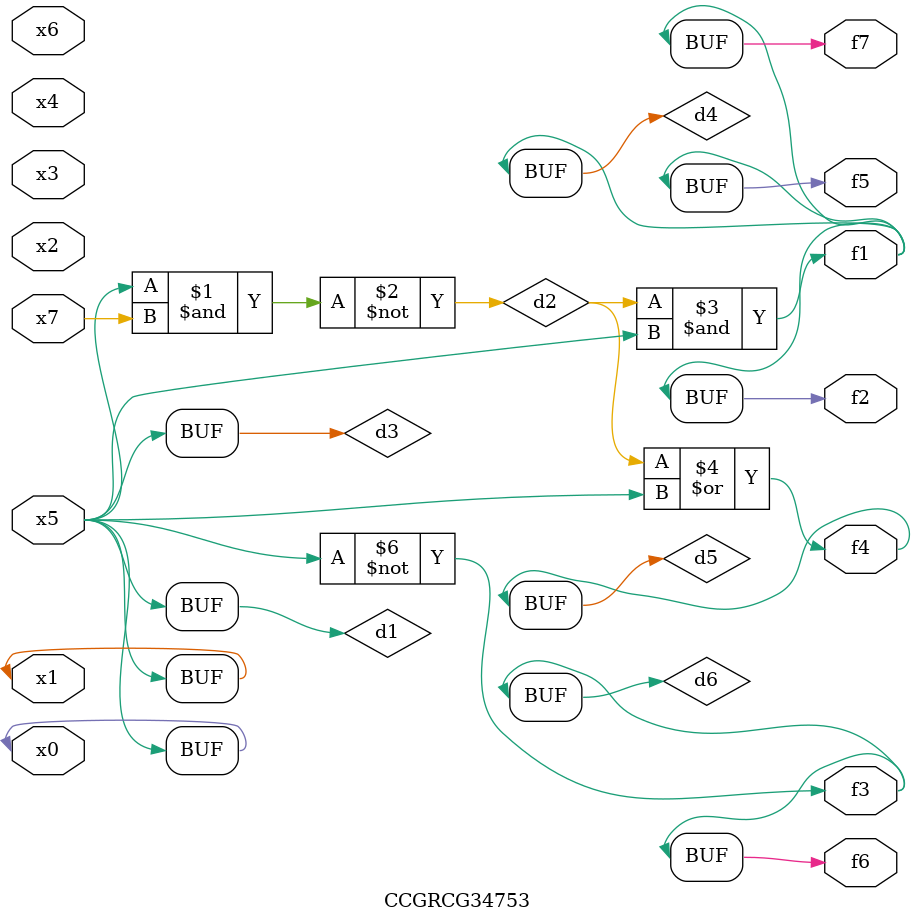
<source format=v>
module CCGRCG34753(
	input x0, x1, x2, x3, x4, x5, x6, x7,
	output f1, f2, f3, f4, f5, f6, f7
);

	wire d1, d2, d3, d4, d5, d6;

	buf (d1, x0, x5);
	nand (d2, x5, x7);
	buf (d3, x0, x1);
	and (d4, d2, d3);
	or (d5, d2, d3);
	nor (d6, d1, d3);
	assign f1 = d4;
	assign f2 = d4;
	assign f3 = d6;
	assign f4 = d5;
	assign f5 = d4;
	assign f6 = d6;
	assign f7 = d4;
endmodule

</source>
